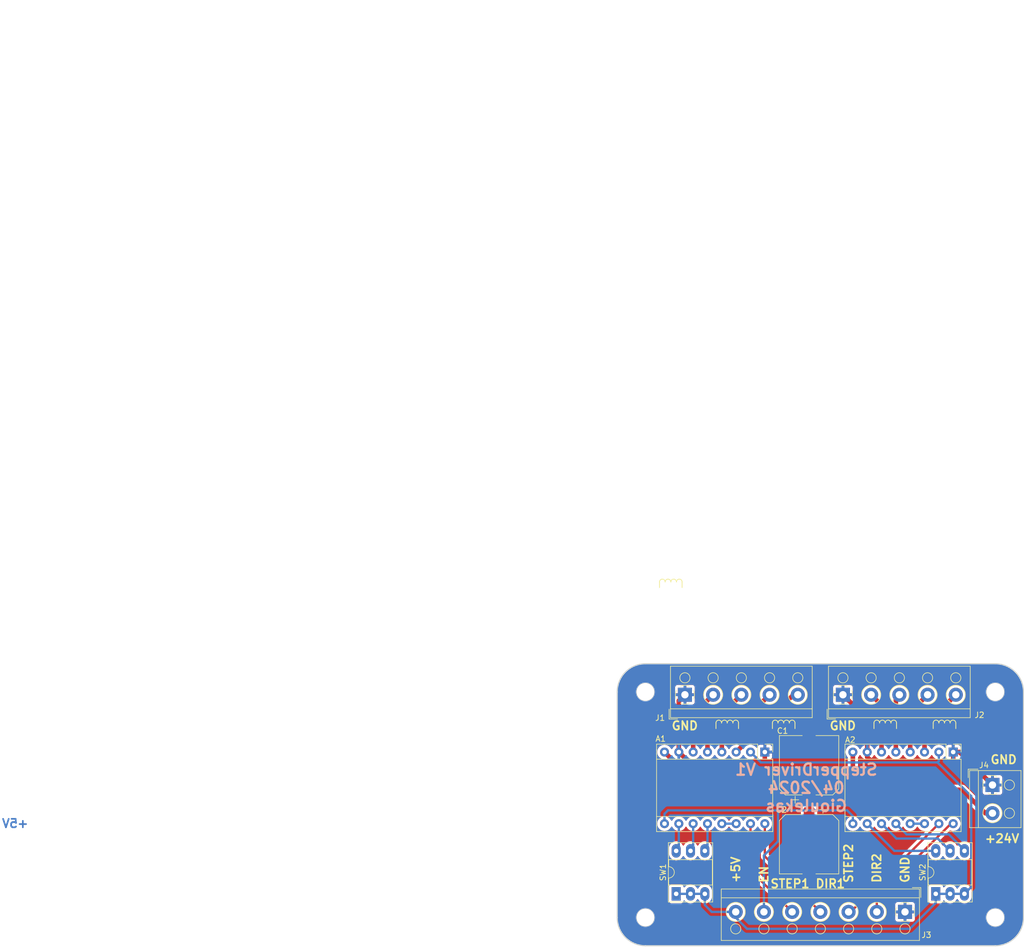
<source format=kicad_pcb>
(kicad_pcb (version 20221018) (generator pcbnew)
  (layers (0 "F.Cu" signal) (31 "B.Cu" signal) (34 "B.Paste" user) (35 "F.Paste" user) (36 "B.SilkS" user "B.Silkscreen") (37 "F.SilkS" user "F.Silkscreen") (38 "B.Mask" user) (39 "F.Mask" user) (44 "Edge.Cuts" user))
  (net 0 "")
  (net 1 "GND")
  (net 2 "+5V")
  (net 3 "Net-(A1-A2)")
  (net 4 "Net-(A1-A1)")
  (net 5 "Net-(A1-B1)")
  (net 6 "Net-(A1-B2)")
  (net 7 "+24V")
  (net 8 "EN_STEPPER")
  (net 9 "Net-(A1-M0)")
  (net 10 "Net-(A1-M1)")
  (net 11 "Net-(A1-M2)")
  (net 12 "Net-(A1-~{RST})")
  (net 13 "STEP1")
  (net 14 "DIR1")
  (net 15 "Net-(A2-A2)")
  (net 16 "Net-(A2-A1)")
  (net 17 "Net-(A2-B1)")
  (net 18 "Net-(A2-B2)")
  (net 19 "Net-(A2-M0)")
  (net 20 "Net-(A2-M1)")
  (net 21 "Net-(A2-M2)")
  (net 22 "Net-(A2-~{RST})")
  (net 23 "STEP2")
  (net 24 "DIR2")
  (footprint "TerminalBlock_RND:TerminalBlock_RND_205-00004_1x05_P5.00mm_Horizontal" (layer "F.Cu") (at 12 -44.5)
    (fp_text reference "J1" (at -4.4 4.1) (layer "F.SilkS"))
    (fp_text value "Conn_01x05_Socket")
    (fp_line (start -2.8 2.56) (end -2.8 4.3) (stroke (width 0.12)) (layer "F.SilkS"))
    (fp_line (start -2.8 4.3) (end -1.3 4.3) (stroke (width 0.12)) (layer "F.SilkS"))
    (fp_line (start -2.56 -5.06) (end -2.56 4.06) (stroke (width 0.12)) (layer "F.SilkS"))
    (fp_line (start -2.56 -5.06) (end 22.56 -5.06) (stroke (width 0.12)) (layer "F.SilkS"))
    (fp_line (start -2.56 2.5) (end 22.56 2.5) (stroke (width 0.12)) (layer "F.SilkS"))
    (fp_line (start -2.56 4.06) (end 22.56 4.06) (stroke (width 0.12)) (layer "F.SilkS"))
    (fp_line (start 3.82 0.976) (end 3.726 1.069) (stroke (width 0.12)) (layer "F.SilkS"))
    (fp_line (start 3.99 1.216) (end 3.931 1.274) (stroke (width 0.12)) (layer "F.SilkS"))
    (fp_line (start 6.07 -1.275) (end 6.011 -1.216) (stroke (width 0.12)) (layer "F.SilkS"))
    (fp_line (start 6.275 -1.069) (end 6.181 -0.976) (stroke (width 0.12)) (layer "F.SilkS"))
    (fp_line (start 8.82 0.976) (end 8.726 1.069) (stroke (width 0.12)) (layer "F.SilkS"))
    (fp_line (start 8.99 1.216) (end 8.931 1.274) (stroke (width 0.12)) (layer "F.SilkS"))
    (fp_line (start 11.07 -1.275) (end 11.011 -1.216) (stroke (width 0.12)) (layer "F.SilkS"))
    (fp_line (start 11.275 -1.069) (end 11.181 -0.976) (stroke (width 0.12)) (layer "F.SilkS"))
    (fp_line (start 13.82 0.976) (end 13.726 1.069) (stroke (width 0.12)) (layer "F.SilkS"))
    (fp_line (start 13.99 1.216) (end 13.931 1.274) (stroke (width 0.12)) (layer "F.SilkS"))
    (fp_line (start 16.07 -1.275) (end 16.011 -1.216) (stroke (width 0.12)) (layer "F.SilkS"))
    (fp_line (start 16.275 -1.069) (end 16.181 -0.976) (stroke (width 0.12)) (layer "F.SilkS"))
    (fp_line (start 18.82 0.976) (end 18.726 1.069) (stroke (width 0.12)) (layer "F.SilkS"))
    (fp_line (start 18.99 1.216) (end 18.931 1.274) (stroke (width 0.12)) (layer "F.SilkS"))
    (fp_line (start 21.07 -1.275) (end 21.011 -1.216) (stroke (width 0.12)) (layer "F.SilkS"))
    (fp_line (start 21.275 -1.069) (end 21.181 -0.976) (stroke (width 0.12)) (layer "F.SilkS"))
    (fp_line (start 22.56 -5.06) (end 22.56 4.06) (stroke (width 0.12)) (layer "F.SilkS"))
    (fp_arc (start -1.483953 0.789089) (mid -1.680708 0.00005) (end -1.484 -0.789) (stroke (width 0.12)) (layer "F.SilkS"))
    (fp_arc (start -0.789089 -1.483953) (mid -0.00005 -1.680708) (end 0.789 -1.484) (stroke (width 0.12)) (layer "F.SilkS"))
    (fp_arc (start 0.029383 1.68045) (mid -0.392304 1.634281) (end -0.789 1.484) (stroke (width 0.12)) (layer "F.SilkS"))
    (fp_arc (start 0.788712 1.483352) (mid 0.406429 1.630097) (end 0 1.68) (stroke (width 0.12)) (layer "F.SilkS"))
    (fp_arc (start 1.483953 -0.789089) (mid 1.680708 -0.00005) (end 1.484 0.789) (stroke (width 0.12)) (layer "F.SilkS"))
    (fp_circle (center 0 -3) (end 0.9 -3) (stroke (width 0.12)) (fill none) (layer "F.SilkS"))
    (fp_circle (center 5 -3) (end 5.9 -3) (stroke (width 0.12)) (fill none) (layer "F.SilkS"))
    (fp_circle (center 5 0) (end 6.68 0) (stroke (width 0.12)) (fill none) (layer "F.SilkS"))
    (fp_circle (center 10 -3) (end 10.9 -3) (stroke (width 0.12)) (fill none) (layer "F.SilkS"))
    (fp_circle (center 10 0) (end 11.68 0) (stroke (width 0.12)) (fill none) (layer "F.SilkS"))
    (fp_circle (center 15 -3) (end 15.9 -3) (stroke (width 0.12)) (fill none) (layer "F.SilkS"))
    (fp_circle (center 15 0) (end 16.68 0) (stroke (width 0.12)) (fill none) (layer "F.SilkS"))
    (fp_circle (center 20 -3) (end 20.9 -3) (stroke (width 0.12)) (fill none) (layer "F.SilkS"))
    (fp_circle (center 20 0) (end 21.68 0) (stroke (width 0.12)) (fill none) (layer "F.SilkS"))
    (pad "1" thru_hole rect (at 0 0) (size 2.5 2.5) (drill 1.3) (layers "*.Cu" "*.Mask") (net 1 "GND"))
    (pad "2" thru_hole circle (at 5 0) (size 2.5 2.5) (drill 1.3) (layers "*.Cu" "*.Mask") (net 6 "Net-(A1-B2)"))
    (pad "3" thru_hole circle (at 10 0) (size 2.5 2.5) (drill 1.3) (layers "*.Cu" "*.Mask") (net 5 "Net-(A1-B1)"))
    (pad "4" thru_hole circle (at 15 0) (size 2.5 2.5) (drill 1.3) (layers "*.Cu" "*.Mask") (net 4 "Net-(A1-A1)"))
    (pad "5" thru_hole circle (at 20 0) (size 2.5 2.5) (drill 1.3) (layers "*.Cu" "*.Mask") (net 3 "Net-(A1-A2)"))
  )
  (footprint "Module:Pololu_Breakout-16_15.2x20.3mm" (layer "F.Cu") (at 26.16 -34.34 -90)
    (fp_text reference "A1" (at -2.36 18.46) (layer "F.SilkS"))
    (fp_text value "Pololu_Breakout_DRV8825")
    (fp_line (start -1.4 -1.4) (end -1.4 0) (stroke (width 0.12)) (layer "F.SilkS"))
    (fp_line (start -1.4 1.27) (end -1.4 19.18) (stroke (width 0.12)) (layer "F.SilkS"))
    (fp_line (start -1.4 19.18) (end 14.1 19.18) (stroke (width 0.12)) (layer "F.SilkS"))
    (fp_line (start 0 -1.4) (end -1.4 -1.4) (stroke (width 0.12)) (layer "F.SilkS"))
    (fp_line (start 1.27 -1.4) (end 1.27 1.27) (stroke (width 0.12)) (layer "F.SilkS"))
    (fp_line (start 1.27 1.27) (end -1.4 1.27) (stroke (width 0.12)) (layer "F.SilkS"))
    (fp_line (start 1.27 1.27) (end 1.27 19.18) (stroke (width 0.12)) (layer "F.SilkS"))
    (fp_line (start 11.43 -1.4) (end 11.43 19.18) (stroke (width 0.12)) (layer "F.SilkS"))
    (fp_line (start 14.1 -1.4) (end 1.27 -1.4) (stroke (width 0.12)) (layer "F.SilkS"))
    (fp_line (start 14.1 19.18) (end 14.1 -1.4) (stroke (width 0.12)) (layer "F.SilkS"))
    (pad "1" thru_hole rect (at 0 0 270) (size 1.6 1.6) (drill 0.8) (layers "*.Cu" "*.Mask") (net 1 "GND"))
    (pad "2" thru_hole oval (at 0 2.54 270) (size 1.6 1.6) (drill 0.8) (layers "*.Cu" "*.Mask") (net 2 "+5V"))
    (pad "3" thru_hole oval (at 0 5.08 270) (size 1.6 1.6) (drill 0.8) (layers "*.Cu" "*.Mask") (net 3 "Net-(A1-A2)"))
    (pad "4" thru_hole oval (at 0 7.62 270) (size 1.6 1.6) (drill 0.8) (layers "*.Cu" "*.Mask") (net 4 "Net-(A1-A1)"))
    (pad "5" thru_hole oval (at 0 10.16 270) (size 1.6 1.6) (drill 0.8) (layers "*.Cu" "*.Mask") (net 5 "Net-(A1-B1)"))
    (pad "6" thru_hole oval (at 0 12.7 270) (size 1.6 1.6) (drill 0.8) (layers "*.Cu" "*.Mask") (net 6 "Net-(A1-B2)"))
    (pad "7" thru_hole oval (at 0 15.24 270) (size 1.6 1.6) (drill 0.8) (layers "*.Cu" "*.Mask") (net 1 "GND"))
    (pad "8" thru_hole oval (at 0 17.78 270) (size 1.6 1.6) (drill 0.8) (layers "*.Cu" "*.Mask") (net 7 "+24V"))
    (pad "9" thru_hole oval (at 12.7 17.78 270) (size 1.6 1.6) (drill 0.8) (layers "*.Cu" "*.Mask") (net 8 "EN_STEPPER"))
    (pad "10" thru_hole oval (at 12.7 15.24 270) (size 1.6 1.6) (drill 0.8) (layers "*.Cu" "*.Mask") (net 9 "Net-(A1-M0)"))
    (pad "11" thru_hole oval (at 12.7 12.7 270) (size 1.6 1.6) (drill 0.8) (layers "*.Cu" "*.Mask") (net 10 "Net-(A1-M1)"))
    (pad "12" thru_hole oval (at 12.7 10.16 270) (size 1.6 1.6) (drill 0.8) (layers "*.Cu" "*.Mask") (net 11 "Net-(A1-M2)"))
    (pad "13" thru_hole oval (at 12.7 7.62 270) (size 1.6 1.6) (drill 0.8) (layers "*.Cu" "*.Mask") (net 12 "Net-(A1-~{RST})"))
    (pad "14" thru_hole oval (at 12.7 5.08 270) (size 1.6 1.6) (drill 0.8) (layers "*.Cu" "*.Mask") (net 12 "Net-(A1-~{RST})"))
    (pad "15" thru_hole oval (at 12.7 2.54 270) (size 1.6 1.6) (drill 0.8) (layers "*.Cu" "*.Mask") (net 13 "STEP1"))
    (pad "16" thru_hole oval (at 12.7 0 270) (size 1.6 1.6) (drill 0.8) (layers "*.Cu" "*.Mask") (net 14 "DIR1"))
  )
  (footprint "TerminalBlock_RND:TerminalBlock_RND_205-00001_1x02_P5.00mm_Horizontal" (layer "F.Cu") (at 66.5 -28.5 -90)
    (fp_text reference "J4" (at -3.5 1.5 -180) (layer "F.SilkS"))
    (fp_text value "Conn_01x02_Socket")
    (fp_line (start -2.8 2.56) (end -2.8 4.3) (stroke (width 0.12)) (layer "F.SilkS"))
    (fp_line (start -2.8 4.3) (end -1.3 4.3) (stroke (width 0.12)) (layer "F.SilkS"))
    (fp_line (start -2.56 -5.06) (end -2.56 4.06) (stroke (width 0.12)) (layer "F.SilkS"))
    (fp_line (start -2.56 -5.06) (end 7.56 -5.06) (stroke (width 0.12)) (layer "F.SilkS"))
    (fp_line (start -2.56 2.5) (end 7.56 2.5) (stroke (width 0.12)) (layer "F.SilkS"))
    (fp_line (start -2.56 4.06) (end 7.56 4.06) (stroke (width 0.12)) (layer "F.SilkS"))
    (fp_line (start 3.82 0.976) (end 3.726 1.069) (stroke (width 0.12)) (layer "F.SilkS"))
    (fp_line (start 3.99 1.216) (end 3.931 1.274) (stroke (width 0.12)) (layer "F.SilkS"))
    (fp_line (start 6.07 -1.275) (end 6.011 -1.216) (stroke (width 0.12)) (layer "F.SilkS"))
    (fp_line (start 6.275 -1.069) (end 6.181 -0.976) (stroke (width 0.12)) (layer "F.SilkS"))
    (fp_line (start 7.56 -5.06) (end 7.56 4.06) (stroke (width 0.12)) (layer "F.SilkS"))
    (fp_arc (start -1.483953 0.789089) (mid -1.680708 0.00005) (end -1.484 -0.789) (stroke (width 0.12)) (layer "F.SilkS"))
    (fp_arc (start -0.789089 -1.483953) (mid -0.00005 -1.680708) (end 0.789 -1.484) (stroke (width 0.12)) (layer "F.SilkS"))
    (fp_arc (start 0.029383 1.68045) (mid -0.392304 1.634281) (end -0.789 1.484) (stroke (width 0.12)) (layer "F.SilkS"))
    (fp_arc (start 0.788712 1.483352) (mid 0.406429 1.630097) (end 0 1.68) (stroke (width 0.12)) (layer "F.SilkS"))
    (fp_arc (start 1.483953 -0.789089) (mid 1.680708 -0.00005) (end 1.484 0.789) (stroke (width 0.12)) (layer "F.SilkS"))
    (fp_circle (center 0 -3) (end 0.9 -3) (stroke (width 0.12)) (fill none) (layer "F.SilkS"))
    (fp_circle (center 5 -3) (end 5.9 -3) (stroke (width 0.12)) (fill none) (layer "F.SilkS"))
    (fp_circle (center 5 0) (end 6.68 0) (stroke (width 0.12)) (fill none) (layer "F.SilkS"))
    (pad "1" thru_hole rect (at 0 0 270) (size 2.5 2.5) (drill 1.3) (layers "*.Cu" "*.Mask") (net 1 "GND"))
    (pad "2" thru_hole circle (at 5 0 270) (size 2.5 2.5) (drill 1.3) (layers "*.Cu" "*.Mask") (net 7 "+24V"))
  )
  (footprint "Capacitor_SMD:CP_Elec_10x7.9" (layer "F.Cu") (at 34 -18 -90)
    (fp_text reference "C2" (at -6.1 4.9 -180) (layer "F.SilkS"))
    (fp_text value "330u / 35V")
    (fp_line (start -6.75 -2.46) (end -5.5 -2.46) (stroke (width 0.12)) (layer "F.SilkS"))
    (fp_line (start -6.125 -3.085) (end -6.125 -1.835) (stroke (width 0.12)) (layer "F.SilkS"))
    (fp_line (start -5.26 -4.195563) (end -5.26 -1.21) (stroke (width 0.12)) (layer "F.SilkS"))
    (fp_line (start -5.26 -4.195563) (end -4.195563 -5.26) (stroke (width 0.12)) (layer "F.SilkS"))
    (fp_line (start -5.26 4.195563) (end -5.26 1.21) (stroke (width 0.12)) (layer "F.SilkS"))
    (fp_line (start -5.26 4.195563) (end -4.195563 5.26) (stroke (width 0.12)) (layer "F.SilkS"))
    (fp_line (start -4.195563 -5.26) (end 5.26 -5.26) (stroke (width 0.12)) (layer "F.SilkS"))
    (fp_line (start -4.195563 5.26) (end 5.26 5.26) (stroke (width 0.12)) (layer "F.SilkS"))
    (fp_line (start 5.26 -5.26) (end 5.26 -1.21) (stroke (width 0.12)) (layer "F.SilkS"))
    (fp_line (start 5.26 5.26) (end 5.26 1.21) (stroke (width 0.12)) (layer "F.SilkS"))
    (pad "1" smd roundrect (at -4.35 0 270) (size 4.4 1.9) (layers "F.Cu" "F.Paste" "F.Mask") (roundrect_rratio 0.131579) (net 7 "+24V"))
    (pad "2" smd roundrect (at 4.35 0 270) (size 4.4 1.9) (layers "F.Cu" "F.Paste" "F.Mask") (roundrect_rratio 0.131579) (net 1 "GND"))
  )
  (footprint "Package_DIP:DIP-6_W7.62mm_Socket_LongPads" (layer "F.Cu") (at 10.45 -9.2 90)
    (fp_text reference "SW1" (at 3.81 -2.33 90) (layer "F.SilkS"))
    (fp_text value "SW_DIP_x03")
    (fp_line (start -1.44 -1.39) (end -1.44 6.47) (stroke (width 0.12)) (layer "F.SilkS"))
    (fp_line (start -1.44 6.47) (end 9.06 6.47) (stroke (width 0.12)) (layer "F.SilkS"))
    (fp_line (start 1.56 -1.33) (end 1.56 6.41) (stroke (width 0.12)) (layer "F.SilkS"))
    (fp_line (start 1.56 6.41) (end 6.06 6.41) (stroke (width 0.12)) (layer "F.SilkS"))
    (fp_line (start 2.81 -1.33) (end 1.56 -1.33) (stroke (width 0.12)) (layer "F.SilkS"))
    (fp_line (start 6.06 -1.33) (end 4.81 -1.33) (stroke (width 0.12)) (layer "F.SilkS"))
    (fp_line (start 6.06 6.41) (end 6.06 -1.33) (stroke (width 0.12)) (layer "F.SilkS"))
    (fp_line (start 9.06 -1.39) (end -1.44 -1.39) (stroke (width 0.12)) (layer "F.SilkS"))
    (fp_line (start 9.06 6.47) (end 9.06 -1.39) (stroke (width 0.12)) (layer "F.SilkS"))
    (fp_arc (start 4.81 -1.33) (mid 3.81 -0.33) (end 2.81 -1.33) (stroke (width 0.12)) (layer "F.SilkS"))
    (pad "1" thru_hole rect (at 0 0 90) (size 2.4 1.6) (drill 0.8) (layers "*.Cu" "*.Mask") (net 2 "+5V"))
    (pad "2" thru_hole oval (at 0 2.54 90) (size 2.4 1.6) (drill 0.8) (layers "*.Cu" "*.Mask") (net 2 "+5V"))
    (pad "3" thru_hole oval (at 0 5.08 90) (size 2.4 1.6) (drill 0.8) (layers "*.Cu" "*.Mask") (net 2 "+5V"))
    (pad "4" thru_hole oval (at 7.62 5.08 90) (size 2.4 1.6) (drill 0.8) (layers "*.Cu" "*.Mask") (net 11 "Net-(A1-M2)"))
    (pad "5" thru_hole oval (at 7.62 2.54 90) (size 2.4 1.6) (drill 0.8) (layers "*.Cu" "*.Mask") (net 10 "Net-(A1-M1)"))
    (pad "6" thru_hole oval (at 7.62 0 90) (size 2.4 1.6) (drill 0.8) (layers "*.Cu" "*.Mask") (net 9 "Net-(A1-M0)"))
  )
  (footprint "Module:Pololu_Breakout-16_15.2x20.3mm" (layer "F.Cu") (at 59.54 -34.34 -90)
    (fp_text reference "A2" (at -2.16 18.24 -180) (layer "F.SilkS"))
    (fp_text value "Pololu_Breakout_DRV8825")
    (fp_line (start -1.4 -1.4) (end -1.4 0) (stroke (width 0.12)) (layer "F.SilkS"))
    (fp_line (start -1.4 1.27) (end -1.4 19.18) (stroke (width 0.12)) (layer "F.SilkS"))
    (fp_line (start -1.4 19.18) (end 14.1 19.18) (stroke (width 0.12)) (layer "F.SilkS"))
    (fp_line (start 0 -1.4) (end -1.4 -1.4) (stroke (width 0.12)) (layer "F.SilkS"))
    (fp_line (start 1.27 -1.4) (end 1.27 1.27) (stroke (width 0.12)) (layer "F.SilkS"))
    (fp_line (start 1.27 1.27) (end -1.4 1.27) (stroke (width 0.12)) (layer "F.SilkS"))
    (fp_line (start 1.27 1.27) (end 1.27 19.18) (stroke (width 0.12)) (layer "F.SilkS"))
    (fp_line (start 11.43 -1.4) (end 11.43 19.18) (stroke (width 0.12)) (layer "F.SilkS"))
    (fp_line (start 14.1 -1.4) (end 1.27 -1.4) (stroke (width 0.12)) (layer "F.SilkS"))
    (fp_line (start 14.1 19.18) (end 14.1 -1.4) (stroke (width 0.12)) (layer "F.SilkS"))
    (pad "1" thru_hole rect (at 0 0 270) (size 1.6 1.6) (drill 0.8) (layers "*.Cu" "*.Mask") (net 1 "GND"))
    (pad "2" thru_hole oval (at 0 2.54 270) (size 1.6 1.6) (drill 0.8) (layers "*.Cu" "*.Mask") (net 2 "+5V"))
    (pad "3" thru_hole oval (at 0 5.08 270) (size 1.6 1.6) (drill 0.8) (layers "*.Cu" "*.Mask") (net 15 "Net-(A2-A2)"))
    (pad "4" thru_hole oval (at 0 7.62 270) (size 1.6 1.6) (drill 0.8) (layers "*.Cu" "*.Mask") (net 16 "Net-(A2-A1)"))
    (pad "5" thru_hole oval (at 0 10.16 270) (size 1.6 1.6) (drill 0.8) (layers "*.Cu" "*.Mask") (net 17 "Net-(A2-B1)"))
    (pad "6" thru_hole oval (at 0 12.7 270) (size 1.6 1.6) (drill 0.8) (layers "*.Cu" "*.Mask") (net 18 "Net-(A2-B2)"))
    (pad "7" thru_hole oval (at 0 15.24 270) (size 1.6 1.6) (drill 0.8) (layers "*.Cu" "*.Mask") (net 1 "GND"))
    (pad "8" thru_hole oval (at 0 17.78 270) (size 1.6 1.6) (drill 0.8) (layers "*.Cu" "*.Mask") (net 7 "+24V"))
    (pad "9" thru_hole oval (at 12.7 17.78 270) (size 1.6 1.6) (drill 0.8) (layers "*.Cu" "*.Mask") (net 8 "EN_STEPPER"))
    (pad "10" thru_hole oval (at 12.7 15.24 270) (size 1.6 1.6) (drill 0.8) (layers "*.Cu" "*.Mask") (net 19 "Net-(A2-M0)"))
    (pad "11" thru_hole oval (at 12.7 12.7 270) (size 1.6 1.6) (drill 0.8) (layers "*.Cu" "*.Mask") (net 20 "Net-(A2-M1)"))
    (pad "12" thru_hole oval (at 12.7 10.16 270) (size 1.6 1.6) (drill 0.8) (layers "*.Cu" "*.Mask") (net 21 "Net-(A2-M2)"))
    (pad "13" thru_hole oval (at 12.7 7.62 270) (size 1.6 1.6) (drill 0.8) (layers "*.Cu" "*.Mask") (net 22 "Net-(A2-~{RST})"))
    (pad "14" thru_hole oval (at 12.7 5.08 270) (size 1.6 1.6) (drill 0.8) (layers "*.Cu" "*.Mask") (net 22 "Net-(A2-~{RST})"))
    (pad "15" thru_hole oval (at 12.7 2.54 270) (size 1.6 1.6) (drill 0.8) (layers "*.Cu" "*.Mask") (net 23 "STEP2"))
    (pad "16" thru_hole oval (at 12.7 0 270) (size 1.6 1.6) (drill 0.8) (layers "*.Cu" "*.Mask") (net 24 "DIR2"))
  )
  (footprint "TerminalBlock_RND:TerminalBlock_RND_205-00004_1x05_P5.00mm_Horizontal" (layer "F.Cu") (at 40 -44.5)
    (fp_text reference "J2" (at 24.2 3.6) (layer "F.SilkS"))
    (fp_text value "Conn_01x05_Socket")
    (fp_line (start -2.8 2.56) (end -2.8 4.3) (stroke (width 0.12)) (layer "F.SilkS"))
    (fp_line (start -2.8 4.3) (end -1.3 4.3) (stroke (width 0.12)) (layer "F.SilkS"))
    (fp_line (start -2.56 -5.06) (end -2.56 4.06) (stroke (width 0.12)) (layer "F.SilkS"))
    (fp_line (start -2.56 -5.06) (end 22.56 -5.06) (stroke (width 0.12)) (layer "F.SilkS"))
    (fp_line (start -2.56 2.5) (end 22.56 2.5) (stroke (width 0.12)) (layer "F.SilkS"))
    (fp_line (start -2.56 4.06) (end 22.56 4.06) (stroke (width 0.12)) (layer "F.SilkS"))
    (fp_line (start 3.82 0.976) (end 3.726 1.069) (stroke (width 0.12)) (layer "F.SilkS"))
    (fp_line (start 3.99 1.216) (end 3.931 1.274) (stroke (width 0.12)) (layer "F.SilkS"))
    (fp_line (start 6.07 -1.275) (end 6.011 -1.216) (stroke (width 0.12)) (layer "F.SilkS"))
    (fp_line (start 6.275 -1.069) (end 6.181 -0.976) (stroke (width 0.12)) (layer "F.SilkS"))
    (fp_line (start 8.82 0.976) (end 8.726 1.069) (stroke (width 0.12)) (layer "F.SilkS"))
    (fp_line (start 8.99 1.216) (end 8.931 1.274) (stroke (width 0.12)) (layer "F.SilkS"))
    (fp_line (start 11.07 -1.275) (end 11.011 -1.216) (stroke (width 0.12)) (layer "F.SilkS"))
    (fp_line (start 11.275 -1.069) (end 11.181 -0.976) (stroke (width 0.12)) (layer "F.SilkS"))
    (fp_line (start 13.82 0.976) (end 13.726 1.069) (stroke (width 0.12)) (layer "F.SilkS"))
    (fp_line (start 13.99 1.216) (end 13.931 1.274) (stroke (width 0.12)) (layer "F.SilkS"))
    (fp_line (start 16.07 -1.275) (end 16.011 -1.216) (stroke (width 0.12)) (layer "F.SilkS"))
    (fp_line (start 16.275 -1.069) (end 16.181 -0.976) (stroke (width 0.12)) (layer "F.SilkS"))
    (fp_line (start 18.82 0.976) (end 18.726 1.069) (stroke (width 0.12)) (layer "F.SilkS"))
    (fp_line (start 18.99 1.216) (end 18.931 1.274) (stroke (width 0.12)) (layer "F.SilkS"))
    (fp_line (start 21.07 -1.275) (end 21.011 -1.216) (stroke (width 0.12)) (layer "F.SilkS"))
    (fp_line (start 21.275 -1.069) (end 21.181 -0.976) (stroke (width 0.12)) (layer "F.SilkS"))
    (fp_line (start 22.56 -5.06) (end 22.56 4.06) (stroke (width 0.12)) (layer "F.SilkS"))
    (fp_arc (start -1.483953 0.789089) (mid -1.680708 0.00005) (end -1.484 -0.789) (stroke (width 0.12)) (layer "F.SilkS"))
    (fp_arc (start -0.789089 -1.483953) (mid -0.00005 -1.680708) (end 0.789 -1.484) (stroke (width 0.12)) (layer "F.SilkS"))
    (fp_arc (start 0.029383 1.68045) (mid -0.392304 1.634281) (end -0.789 1.484) (stroke (width 0.12)) (layer "F.SilkS"))
    (fp_arc (start 0.788712 1.483352) (mid 0.406429 1.630097) (end 0 1.68) (stroke (width 0.12)) (layer "F.SilkS"))
    (fp_arc (start 1.483953 -0.789089) (mid 1.680708 -0.00005) (end 1.484 0.789) (stroke (width 0.12)) (layer "F.SilkS"))
    (fp_circle (center 0 -3) (end 0.9 -3) (stroke (width 0.12)) (fill none) (layer "F.SilkS"))
    (fp_circle (center 5 -3) (end 5.9 -3) (stroke (width 0.12)) (fill none) (layer "F.SilkS"))
    (fp_circle (center 5 0) (end 6.68 0) (stroke (width 0.12)) (fill none) (layer "F.SilkS"))
    (fp_circle (center 10 -3) (end 10.9 -3) (stroke (width 0.12)) (fill none) (layer "F.SilkS"))
    (fp_circle (center 10 0) (end 11.68 0) (stroke (width 0.12)) (fill none) (layer "F.SilkS"))
    (fp_circle (center 15 -3) (end 15.9 -3) (stroke (width 0.12)) (fill none) (layer "F.SilkS"))
    (fp_circle (center 15 0) (end 16.68 0) (stroke (width 0.12)) (fill none) (layer "F.SilkS"))
    (fp_circle (center 20 -3) (end 20.9 -3) (stroke (width 0.12)) (fill none) (layer "F.SilkS"))
    (fp_circle (center 20 0) (end 21.68 0) (stroke (width 0.12)) (fill none) (layer "F.SilkS"))
    (pad "1" thru_hole rect (at 0 0) (size 2.5 2.5) (drill 1.3) (layers "*.Cu" "*.Mask") (net 1 "GND"))
    (pad "2" thru_hole circle (at 5 0) (size 2.5 2.5) (drill 1.3) (layers "*.Cu" "*.Mask") (net 18 "Net-(A2-B2)"))
    (pad "3" thru_hole circle (at 10 0) (size 2.5 2.5) (drill 1.3) (layers "*.Cu" "*.Mask") (net 17 "Net-(A2-B1)"))
    (pad "4" thru_hole circle (at 15 0) (size 2.5 2.5) (drill 1.3) (layers "*.Cu" "*.Mask") (net 16 "Net-(A2-A1)"))
    (pad "5" thru_hole circle (at 20 0) (size 2.5 2.5) (drill 1.3) (layers "*.Cu" "*.Mask") (net 15 "Net-(A2-A2)"))
  )
  (footprint "Capacitor_SMD:CP_Elec_10x7.9" (layer "F.Cu") (at 34 -32 90)
    (fp_text reference "C1" (at 6.1 -4.7) (layer "F.SilkS"))
    (fp_text value "330u / 35V")
    (fp_line (start -6.75 -2.46) (end -5.5 -2.46) (stroke (width 0.12)) (layer "F.SilkS"))
    (fp_line (start -6.125 -3.085) (end -6.125 -1.835) (stroke (width 0.12)) (layer "F.SilkS"))
    (fp_line (start -5.26 -4.195563) (end -5.26 -1.21) (stroke (width 0.12)) (layer "F.SilkS"))
    (fp_line (start -5.26 -4.195563) (end -4.195563 -5.26) (stroke (width 0.12)) (layer "F.SilkS"))
    (fp_line (start -5.26 4.195563) (end -5.26 1.21) (stroke (width 0.12)) (layer "F.SilkS"))
    (fp_line (start -5.26 4.195563) (end -4.195563 5.26) (stroke (width 0.12)) (layer "F.SilkS"))
    (fp_line (start -4.195563 -5.26) (end 5.26 -5.26) (stroke (width 0.12)) (layer "F.SilkS"))
    (fp_line (start -4.195563 5.26) (end 5.26 5.26) (stroke (width 0.12)) (layer "F.SilkS"))
    (fp_line (start 5.26 -5.26) (end 5.26 -1.21) (stroke (width 0.12)) (layer "F.SilkS"))
    (fp_line (start 5.26 5.26) (end 5.26 1.21) (stroke (width 0.12)) (layer "F.SilkS"))
    (pad "1" smd roundrect (at -4.35 0 90) (size 4.4 1.9) (layers "F.Cu" "F.Paste" "F.Mask") (roundrect_rratio 0.131579) (net 7 "+24V"))
    (pad "2" smd roundrect (at 4.35 0 90) (size 4.4 1.9) (layers "F.Cu" "F.Paste" "F.Mask") (roundrect_rratio 0.131579) (net 1 "GND"))
  )
  (footprint "Package_DIP:DIP-6_W7.62mm_Socket_LongPads" (layer "F.Cu") (at 56.45 -9.2 90)
    (fp_text reference "SW2" (at 3.81 -2.33 90) (layer "F.SilkS"))
    (fp_text value "SW_DIP_x03")
    (fp_line (start -1.44 -1.39) (end -1.44 6.47) (stroke (width 0.12)) (layer "F.SilkS"))
    (fp_line (start -1.44 6.47) (end 9.06 6.47) (stroke (width 0.12)) (layer "F.SilkS"))
    (fp_line (start 1.56 -1.33) (end 1.56 6.41) (stroke (width 0.12)) (layer "F.SilkS"))
    (fp_line (start 1.56 6.41) (end 6.06 6.41) (stroke (width 0.12)) (layer "F.SilkS"))
    (fp_line (start 2.81 -1.33) (end 1.56 -1.33) (stroke (width 0.12)) (layer "F.SilkS"))
    (fp_line (start 6.06 -1.33) (end 4.81 -1.33) (stroke (width 0.12)) (layer "F.SilkS"))
    (fp_line (start 6.06 6.41) (end 6.06 -1.33) (stroke (width 0.12)) (layer "F.SilkS"))
    (fp_line (start 9.06 -1.39) (end -1.44 -1.39) (stroke (width 0.12)) (layer "F.SilkS"))
    (fp_line (start 9.06 6.47) (end 9.06 -1.39) (stroke (width 0.12)) (layer "F.SilkS"))
    (fp_arc (start 4.81 -1.33) (mid 3.81 -0.33) (end 2.81 -1.33) (stroke (width 0.12)) (layer "F.SilkS"))
    (pad "1" thru_hole rect (at 0 0 90) (size 2.4 1.6) (drill 0.8) (layers "*.Cu" "*.Mask") (net 2 "+5V"))
    (pad "2" thru_hole oval (at 0 2.54 90) (size 2.4 1.6) (drill 0.8) (layers "*.Cu" "*.Mask") (net 2 "+5V"))
    (pad "3" thru_hole oval (at 0 5.08 90) (size 2.4 1.6) (drill 0.8) (layers "*.Cu" "*.Mask") (net 2 "+5V"))
    (pad "4" thru_hole oval (at 7.62 5.08 90) (size 2.4 1.6) (drill 0.8) (layers "*.Cu" "*.Mask") (net 21 "Net-(A2-M2)"))
    (pad "5" thru_hole oval (at 7.62 2.54 90) (size 2.4 1.6) (drill 0.8) (layers "*.Cu" "*.Mask") (net 20 "Net-(A2-M1)"))
    (pad "6" thru_hole oval (at 7.62 0 90) (size 2.4 1.6) (drill 0.8) (layers "*.Cu" "*.Mask") (net 19 "Net-(A2-M0)"))
  )
  (footprint "TerminalBlock_RND:TerminalBlock_RND_205-00006_1x07_P5.00mm_Horizontal" (layer "F.Cu") (at 51 -6 180)
    (fp_text reference "J3" (at -3.8 -4.1) (layer "F.SilkS"))
    (fp_text value "Conn_01x07_Socket")
    (fp_line (start -2.8 2.56) (end -2.8 4.3) (stroke (width 0.12)) (layer "F.SilkS"))
    (fp_line (start -2.8 4.3) (end -1.3 4.3) (stroke (width 0.12)) (layer "F.SilkS"))
    (fp_line (start -2.56 -5.06) (end -2.56 4.06) (stroke (width 0.12)) (layer "F.SilkS"))
    (fp_line (start -2.56 -5.06) (end 32.56 -5.06) (stroke (width 0.12)) (layer "F.SilkS"))
    (fp_line (start -2.56 2.5) (end 32.56 2.5) (stroke (width 0.12)) (layer "F.SilkS"))
    (fp_line (start -2.56 4.06) (end 32.56 4.06) (stroke (width 0.12)) (layer "F.SilkS"))
    (fp_line (start 3.82 0.976) (end 3.726 1.069) (stroke (width 0.12)) (layer "F.SilkS"))
    (fp_line (start 3.99 1.216) (end 3.931 1.274) (stroke (width 0.12)) (layer "F.SilkS"))
    (fp_line (start 6.07 -1.275) (end 6.011 -1.216) (stroke (width 0.12)) (layer "F.SilkS"))
    (fp_line (start 6.275 -1.069) (end 6.181 -0.976) (stroke (width 0.12)) (layer "F.SilkS"))
    (fp_line (start 8.82 0.976) (end 8.726 1.069) (stroke (width 0.12)) (layer "F.SilkS"))
    (fp_line (start 8.99 1.216) (end 8.931 1.274) (stroke (width 0.12)) (layer "F.SilkS"))
    (fp_line (start 11.07 -1.275) (end 11.011 -1.216) (stroke (width 0.12)) (layer "F.SilkS"))
    (fp_line (start 11.275 -1.069) (end 11.181 -0.976) (stroke (width 0.12)) (layer "F.SilkS"))
    (fp_line (start 13.82 0.976) (end 13.726 1.069) (stroke (width 0.12)) (layer "F.SilkS"))
    (fp_line (start 13.99 1.216) (end 13.931 1.274) (stroke (width 0.12)) (layer "F.SilkS"))
    (fp_line (start 16.07 -1.275) (end 16.011 -1.216) (stroke (width 0.12)) (layer "F.SilkS"))
    (fp_line (start 16.275 -1.069) (end 16.181 -0.976) (stroke (width 0.12)) (layer "F.SilkS"))
    (fp_line (start 18.82 0.976) (end 18.726 1.069) (stroke (width 0.12)) (layer "F.SilkS"))
    (fp_line (start 18.99 1.216) (end 18.931 1.274) (stroke (width 0.12)) (layer "F.SilkS"))
    (fp_line (start 21.07 -1.275) (end 21.011 -1.216) (stroke (width 0.12)) (layer "F.SilkS"))
    (fp_line (start 21.275 -1.069) (end 21.181 -0.976) (stroke (width 0.12)) (layer "F.SilkS"))
    (fp_line (start 23.82 0.976) (end 23.726 1.069) (stroke (width 0.12)) (layer "F.SilkS"))
    (fp_line (start 23.99 1.216) (end 23.931 1.274) (stroke (width 0.12)) (layer "F.SilkS"))
    (fp_line (start 26.07 -1.275) (end 26.011 -1.216) (stroke (width 0.12)) (layer "F.SilkS"))
    (fp_line (start 26.275 -1.069) (end 26.181 -0.976) (stroke (width 0.12)) (layer "F.SilkS"))
    (fp_line (start 28.82 0.976) (end 28.726 1.069) (stroke (width 0.12)) (layer "F.SilkS"))
    (fp_line (start 28.99 1.216) (end 28.931 1.274) (stroke (width 0.12)) (layer "F.SilkS"))
    (fp_line (start 31.07 -1.275) (end 31.011 -1.216) (stroke (width 0.12)) (layer "F.SilkS"))
    (fp_line (start 31.275 -1.069) (end 31.181 -0.976) (stroke (width 0.12)) (layer "F.SilkS"))
    (fp_line (start 32.56 -5.06) (end 32.56 4.06) (stroke (width 0.12)) (layer "F.SilkS"))
    (fp_arc (start -1.483953 0.789089) (mid -1.680708 0.00005) (end -1.484 -0.789) (stroke (width 0.12)) (layer "F.SilkS"))
    (fp_arc (start -0.789089 -1.483953) (mid -0.00005 -1.680708) (end 0.789 -1.484) (stroke (width 0.12)) (layer "F.SilkS"))
    (fp_arc (start 0.029383 1.68045) (mid -0.392304 1.634281) (end -0.789 1.484) (stroke (width 0.12)) (layer "F.SilkS"))
    (fp_arc (start 0.788712 1.483352) (mid 0.406429 1.630097) (end 0 1.68) (stroke (width 0.12)) (layer "F.SilkS"))
    (fp_arc (start 1.483953 -0.789089) (mid 1.680708 -0.00005) (end 1.484 0.789) (stroke (width 0.12)) (layer "F.SilkS"))
    (fp_circle (center 0 -3) (end 0.9 -3) (stroke (width 0.12)) (fill none) (layer "F.SilkS"))
    (fp_circle (center 5 -3) (end 5.9 -3) (stroke (width 0.12)) (fill none) (layer "F.SilkS"))
    (fp_circle (center 5 0) (end 6.68 0) (stroke (width 0.12)) (fill none) (layer "F.SilkS"))
    (fp_circle (center 10 -3) (end 10.9 -3) (stroke (width 0.12)) (fill none) (layer "F.SilkS"))
    (fp_circle (center 10 0) (end 11.68 0) (stroke (width 0.12)) (fill none) (layer "F.SilkS"))
    (fp_circle (center 15 -3) (end 15.9 -3) (stroke (width 0.12)) (fill none) (layer "F.SilkS"))
    (fp_circle (center 15 0) (end 16.68 0) (stroke (width 0.12)) (fill none) (layer "F.SilkS"))
    (fp_circle (center 20 -3) (end 20.9 -3) (stroke (width 0.12)) (fill none) (layer "F.SilkS"))
    (fp_circle (center 20 0) (end 21.68 0) (stroke (width 0.12)) (fill none) (layer "F.SilkS"))
    (fp_circle (center 25 -3) (end 25.9 -3) (stroke (width 0.12)) (fill none) (layer "F.SilkS"))
    (fp_circle (center 25 0) (end 26.68 0) (stroke (width 0.12)) (fill none) (layer "F.SilkS"))
    (fp_circle (center 30 -3) (end 30.9 -3) (stroke (width 0.12)) (fill none) (layer "F.SilkS"))
    (fp_circle (center 30 0) (end 31.68 0) (stroke (width 0.12)) (fill none) (layer "F.SilkS"))
    (pad "1" thru_hole rect (at 0 0 180) (size 2.5 2.5) (drill 1.3) (layers "*.Cu" "*.Mask") (net 1 "GND"))
    (pad "2" thru_hole circle (at 5 0 180) (size 2.5 2.5) (drill 1.3) (layers "*.Cu" "*.Mask") (net 24 "DIR2"))
    (pad "3" thru_hole circle (at 10 0 180) (size 2.5 2.5) (drill 1.3) (layers "*.Cu" "*.Mask") (net 23 "STEP2"))
    (pad "4" thru_hole circle (at 15 0 180) (size 2.5 2.5) (drill 1.3) (layers "*.Cu" "*.Mask") (net 14 "DIR1"))
    (pad "5" thru_hole circle (at 20 0 180) (size 2.5 2.5) (drill 1.3) (layers "*.Cu" "*.Mask") (net 13 "STEP1"))
    (pad "6" thru_hole circle (at 25 0 180) (size 2.5 2.5) (drill 1.3) (layers "*.Cu" "*.Mask") (net 8 "EN_STEPPER"))
    (pad "7" thru_hole circle (at 30 0 180) (size 2.5 2.5) (drill 1.3) (layers "*.Cu" "*.Mask") (net 2 "+5V"))
  )
  (gr_line (start 7.5 -64.5) (end 7.5 -63.5) (stroke (width 0.15)) (layer "F.SilkS"))
  (gr_arc (start 9.5 -64.5) (mid 10 -65) (end 10.5 -64.5) (stroke (width 0.15)) (layer "F.SilkS"))
  (gr_line (start 49.5 -39.5) (end 49.5 -38.5) (stroke (width 0.15)) (layer "F.SilkS"))
  (gr_line (start 45.5 -39.5) (end 45.5 -38.5) (stroke (width 0.15)) (layer "F.SilkS"))
  (gr_arc (start 17.5 -39.5) (mid 18 -40) (end 18.5 -39.5) (stroke (width 0.15)) (layer "F.SilkS"))
  (gr_arc (start 28.5 -39.5) (mid 29 -40) (end 29.5 -39.5) (stroke (width 0.15)) (layer "F.SilkS"))
  (gr_line (start 31.5 -39.5) (end 31.5 -38.5) (stroke (width 0.15)) (layer "F.SilkS"))
  (gr_arc (start 46.5 -39.5) (mid 47 -40) (end 47.5 -39.5) (stroke (width 0.15)) (layer "F.SilkS"))
  (gr_line (start 11.5 -64.5) (end 11.5 -63.5) (stroke (width 0.15)) (layer "F.SilkS"))
  (gr_arc (start 58 -39.5) (mid 58.5 -40) (end 59 -39.5) (stroke (width 0.15)) (layer "F.SilkS"))
  (gr_line (start 21.5 -39.5) (end 21.5 -38.5) (stroke (width 0.15)) (layer "F.SilkS"))
  (gr_arc (start 59 -39.5) (mid 59.5 -40) (end 60 -39.5) (stroke (width 0.15)) (layer "F.SilkS"))
  (gr_arc (start 45.5 -39.5) (mid 46 -40) (end 46.5 -39.5) (stroke (width 0.15)) (layer "F.SilkS"))
  (gr_arc (start 10.5 -64.5) (mid 11 -65) (end 11.5 -64.5) (stroke (width 0.15)) (layer "F.SilkS"))
  (gr_line (start 27.5 -39.5) (end 27.5 -38.5) (stroke (width 0.15)) (layer "F.SilkS"))
  (gr_line (start 60 -39.5) (end 60 -38.5) (stroke (width 0.15)) (layer "F.SilkS"))
  (gr_arc (start 8.5 -64.5) (mid 9 -65) (end 9.5 -64.5) (stroke (width 0.15)) (layer "F.SilkS"))
  (gr_arc (start 30.5 -39.5) (mid 31 -40) (end 31.5 -39.5) (stroke (width 0.15)) (layer "F.SilkS"))
  (gr_arc (start 47.5 -39.5) (mid 48 -40) (end 48.5 -39.5) (stroke (width 0.15)) (layer "F.SilkS"))
  (gr_arc (start 7.5 -64.5) (mid 8 -65) (end 8.5 -64.5) (stroke (width 0.15)) (layer "F.SilkS"))
  (gr_line (start 56 -39.5) (end 56 -38.5) (stroke (width 0.15)) (layer "F.SilkS"))
  (gr_arc (start 20.5 -39.5) (mid 21 -40) (end 21.5 -39.5) (stroke (width 0.15)) (layer "F.SilkS"))
  (gr_arc (start 48.5 -39.5) (mid 49 -40) (end 49.5 -39.5) (stroke (width 0.15)) (layer "F.SilkS"))
  (gr_arc (start 56 -39.5) (mid 56.5 -40) (end 57 -39.5) (stroke (width 0.15)) (layer "F.SilkS"))
  (gr_arc (start 18.5 -39.5) (mid 19 -40) (end 19.5 -39.5) (stroke (width 0.15)) (layer "F.SilkS"))
  (gr_arc (start 19.5 -39.5) (mid 20 -40) (end 20.5 -39.5) (stroke (width 0.15)) (layer "F.SilkS"))
  (gr_arc (start 29.5 -39.5) (mid 30 -40) (end 30.5 -39.5) (stroke (width 0.15)) (layer "F.SilkS"))
  (gr_line (start 17.5 -39.5) (end 17.5 -38.5) (stroke (width 0.15)) (layer "F.SilkS"))
  (gr_arc (start 57 -39.5) (mid 57.5 -40) (end 58 -39.5) (stroke (width 0.15)) (layer "F.SilkS"))
  (gr_arc (start 27.5 -39.5) (mid 28 -40) (end 28.5 -39.5) (stroke (width 0.15)) (layer "F.SilkS"))
  (gr_arc (start 67 -50) (mid 70.535534 -48.535534) (end 72 -45) (stroke (width 0.2)) (layer "Edge.Cuts"))
  (gr_circle (center 67 -5) (end 65.4 -5) (stroke (width 0.1)) (fill none) (layer "Edge.Cuts"))
  (gr_circle (center 5 -45) (end 3.4 -45) (stroke (width 0.1)) (fill none) (layer "Edge.Cuts"))
  (gr_arc (start 0 -45) (mid 1.464466 -48.535534) (end 5 -50) (stroke (width 0.2)) (layer "Edge.Cuts"))
  (gr_arc (start 72 -5) (mid 70.535534 -1.464466) (end 67 0) (stroke (width 0.2)) (layer "Edge.Cuts"))
  (gr_arc (start 5 0) (mid 1.464466 -1.464466) (end 0 -5) (stroke (width 0.2)) (layer "Edge.Cuts"))
  (gr_line (start 72 -5) (end 72 -45) (stroke (width 0.2)) (layer "Edge.Cuts"))
  (gr_line (start 67 -50) (end 5 -50) (stroke (width 0.2)) (layer "Edge.Cuts"))
  (gr_line (start 5 0) (end 67 0) (stroke (width 0.2)) (layer "Edge.Cuts"))
  (gr_circle (center 67 -45) (end 65.4 -45) (stroke (width 0.1)) (fill none) (layer "Edge.Cuts"))
  (gr_line (start 0 -45) (end 0 -5) (stroke (width 0.2)) (layer "Edge.Cuts"))
  (gr_circle (center 5 -5) (end 3.4 -5) (stroke (width 0.1)) (fill none) (layer "Edge.Cuts"))
  (gr_text "+5V" (at -104.2 -20.8) (layer "B.Cu") (effects (font (size 1.5 1.5) (thickness 0.3) bold) (justify left bottom mirror)))
  (gr_text "StepperDriver V1\n04/2024\nGioulekas" (at 33.5 -28) (layer "B.SilkS") (effects (font (size 2 2) (thickness 0.4) bold) (justify mirror)))
  (gr_text "GND" (at 51 -11 90) (layer "F.SilkS") (effects (font (size 1.5 1.5) (thickness 0.3) bold) (justify left)))
  (gr_text "+5V" (at 21 -11 90) (layer "F.SilkS") (effects (font (size 1.5 1.5) (thickness 0.3) bold) (justify left)))
  (gr_text "GND" (at 37.5 -39) (layer "F.SilkS") (effects (font (size 1.5 1.5) (thickness 0.3) bold) (justify left)))
  (gr_text "GND" (at 66 -33) (layer "F.SilkS") (effects (font (size 1.5 1.5) (thickness 0.3) bold) (justify left)))
  (gr_text "GND" (at 9.5 -39) (layer "F.SilkS") (effects (font (size 1.5 1.5) (thickness 0.3) bold) (justify left)))
  (gr_text "+24V" (at 65 -19) (layer "F.SilkS") (effects (font (size 1.5 1.5) (thickness 0.3) bold) (justify left)))
  (gr_text "STEP1" (at 27 -11) (layer "F.SilkS") (effects (font (size 1.5 1.5) (thickness 0.3) bold) (justify left)))
  (gr_text "STEP2" (at 41 -11 90) (layer "F.SilkS") (effects (font (size 1.5 1.5) (thickness 0.3) bold) (justify left)))
  (gr_text "DIR2" (at 46 -11 90) (layer "F.SilkS") (effects (font (size 1.5 1.5) (thickness 0.3) bold) (justify left)))
  (gr_text "EN" (at 26 -11 90) (layer "F.SilkS") (effects (font (size 1.5 1.5) (thickness 0.3) bold) (justify left)))
  (gr_text "DIR1" (at 35 -11) (layer "F.SilkS") (effects (font (size 1.5 1.5) (thickness 0.3) bold) (justify left)))
  (segment (start 66.5 -28.5) (end 60.66 -34.34) (width 0.8128) (layer "F.Cu") (net 1))
  (segment (start 6 -27.75) (end 6 -36.25) (width 0.8128) (layer "F.Cu") (net 1))
  (segment (start 10.67 -37.5) (end 10.92 -37.75) (width 0.8128) (layer "F.Cu") (net 1))
  (segment (start 45.5 -32.25) (end 44.3 -33.45) (width 0.8128) (layer "F.Cu") (net 1))
  (segment (start 44.3 -33.45) (end 44.3 -34.34) (width 0.8128) (layer "F.Cu") (net 1))
  (segment (start 12.3264 -32.9336) (end 12.3264 -32.9236) (width 0.8128) (layer "F.Cu") (net 1))
  (segment (start 35.15 -37.5) (end 44.3 -37.5) (width 0.8128) (layer "F.Cu") (net 1))
  (segment (start 26.16 -30.91) (end 26 -30.75) (width 0.8128) (layer "F.Cu") (net 1))
  (segment (start 12.3264 -32.9236) (end 14.5 -30.75) (width 0.8128) (layer "F.Cu") (net 1))
  (segment (start 14.5 -30.75) (end 26 -30.75) (width 0.8128) (layer "F.Cu") (net 1))
  (segment (start 6 -36.25) (end 7.25 -37.5) (width 0.8128) (layer "F.Cu") (net 1))
  (segment (start 30 -19.85) (end 30 -25) (width 0.8128) (layer "F.Cu") (net 1))
  (segment (start 7.25 -37.5) (end 10.67 -37.5) (width 0.8128) (layer "F.Cu") (net 1))
  (segment (start 44.3 -37.5) (end 44.3 -40.2) (width 0.8128) (layer "F.Cu") (net 1))
  (segment (start 10.92 -34.34) (end 10.92 -37.75) (width 0.8128) (layer "F.Cu") (net 1))
  (segment (start 34 -36.35) (end 35.15 -37.5) (width 0.8128) (layer "F.Cu") (net 1))
  (segment (start 10.92 -34.34) (end 12.3264 -32.9336) (width 0.8128) (layer "F.Cu") (net 1))
  (segment (start 34 -13.65) (end 34 -15.85) (width 0.8128) (layer "F.Cu") (net 1))
  (segment (start 7.75 -26) (end 6 -27.75) (width 0.8128) (layer "F.Cu") (net 1))
  (segment (start 44.3 -34.34) (end 44.3 -37.5) (width 0.8128) (layer "F.Cu") (net 1))
  (segment (start 28.4 -30.75) (end 34 -36.35) (width 0.8128) (layer "F.Cu") (net 1))
  (segment (start 34 -15.85) (end 30 -19.85) (width 0.8128) (layer "F.Cu") (net 1))
  (segment (start 26 -30.75) (end 28.4 -30.75) (width 0.8128) (layer "F.Cu") (net 1))
  (segment (start 59.25 -32.25) (end 45.5 -32.25) (width 0.8128) (layer "F.Cu") (net 1))
  (segment (start 29 -26) (end 7.75 -26) (width 0.8128) (layer "F.Cu") (net 1))
  (segment (start 10.92 -43.42) (end 12 -44.5) (width 0.8128) (layer "F.Cu") (net 1))
  (segment (start 59.54 -34.34) (end 59.54 -32.54) (width 0.8128) (layer "F.Cu") (net 1))
  (segment (start 60.66 -34.34) (end 59.54 -34.34) (width 0.8128) (layer "F.Cu") (net 1))
  (segment (start 59.54 -32.54) (end 59.25 -32.25) (width 0.8128) (layer "F.Cu") (net 1))
  (segment (start 26.16 -34.34) (end 26.16 -30.91) (width 0.8128) (layer "F.Cu") (net 1))
  (segment (start 44.3 -40.2) (end 40 -44.5) (width 0.8128) (layer "F.Cu") (net 1))
  (segment (start 30 -25) (end 29 -26) (width 0.8128) (layer "F.Cu") (net 1))
  (segment (start 10.92 -37.75) (end 10.92 -43.42) (width 0.8128) (layer "F.Cu") (net 1))
  (segment (start 21 -5) (end 21 -6) (width 0.4064) (layer "B.Cu") (net 2))
  (segment (start 21 -6) (end 16.75 -6) (width 0.4064) (layer "B.Cu") (net 2))
  (segment (start 61.53 -9.2) (end 62.7332 -10.4032) (width 0.4064) (layer "B.Cu") (net 2))
  (segment (start 23.62 -34.34) (end 25.46 -32.5) (width 0.4064) (layer "B.Cu") (net 2))
  (segment (start 16.75 -6) (end 15.53 -7.22) (width 0.4064) (layer "B.Cu") (net 2))
  (segment (start 56.45 -9.2) (end 58.99 -9.2) (width 0.4064) (layer "B.Cu") (net 2))
  (segment (start 56.75 -32.5) (end 57 -32.75) (width 0.4064) (layer "B.Cu") (net 2))
  (segment (start 51.8564 -3) (end 23 -3) (width 0.4064) (layer "B.Cu") (net 2))
  (segment (start 62.7332 -10.4032) (end 62.7332 -26.5168) (width 0.4064) (layer "B.Cu") (net 2))
  (segment (start 12.99 -9.2) (end 15.53 -9.2) (width 0.4064) (layer "B.Cu") (net 2))
  (segment (start 10.45 -9.2) (end 12.99 -9.2) (width 0.4064) (layer "B.Cu") (net 2))
  (segment (start 15.53 -7.22) (end 15.53 -9.2) (width 0.4064) (layer "B.Cu") (net 2))
  (segment (start 57 -32.75) (end 57 -34.34) (width 0.4064) (layer "B.Cu") (net 2))
  (segment (start 56.45 -9.2) (end 56.45 -7.5936) (width 0.4064) (layer "B.Cu") (net 2))
  (segment (start 25.46 -32.5) (end 56.75 -32.5) (width 0.4064) (layer "B.Cu") (net 2))
  (segment (start 56.45 -7.5936) (end 51.8564 -3) (width 0.4064) (layer "B.Cu") (net 2))
  (segment (start 23 -3) (end 21 -5) (width 0.4064) (layer "B.Cu") (net 2))
  (segment (start 62.7332 -26.5168) (end 56.75 -32.5) (width 0.4064) (layer "B.Cu") (net 2))
  (segment (start 61.53 -9.2) (end 58.99 -9.2) (width 0.4064) (layer "B.Cu") (net 2))
  (segment (start 21.08 -34.34) (end 31.24 -44.5) (width 0.8128) (layer "F.Cu") (net 3))
  (segment (start 31.24 -44.5) (end 32 -44.5) (width 0.8128) (layer "F.Cu") (net 3))
  (segment (start 18.54 -34.34) (end 18.54 -36.04) (width 0.8128) (layer "F.Cu") (net 4))
  (segment (start 18.54 -36.04) (end 27 -44.5) (width 0.8128) (layer "F.Cu") (net 4))
  (segment (start 16 -38.5) (end 22 -44.5) (width 0.8128) (layer "F.Cu") (net 5))
  (segment (start 16 -34.34) (end 16 -38.5) (width 0.8128) (layer "F.Cu") (net 5))
  (segment (start 13.46 -34.34) (end 13.46 -40.96) (width 0.8128) (layer "F.Cu") (net 6))
  (segment (start 13.46 -40.96) (end 17 -44.5) (width 0.8128) (layer "F.Cu") (net 6))
  (segment (start 61.1 -27.65) (end 65.25 -23.5) (width 0.8128) (layer "F.Cu") (net 7))
  (segment (start 41.76 -28.01) (end 41.4 -27.65) (width 0.8128) (layer "F.Cu") (net 7))
  (segment (start 34 -27.65) (end 34 -22.35) (width 0.8128) (layer "F.Cu") (net 7))
  (segment (start 41.4 -27.65) (end 61.1 -27.65) (width 0.8128) (layer "F.Cu") (net 7))
  (segment (start 41.76 -34.34) (end 41.76 -28.01) (width 0.8128) (layer "F.Cu") (net 7))
  (segment (start 65.25 -23.5) (end 66.5 -23.5) (width 0.8128) (layer "F.Cu") (net 7))
  (segment (start 8.38 -34.34) (end 15.07 -27.65) (width 0.8128) (layer "F.Cu") (net 7))
  (segment (start 41.4 -27.65) (end 34 -27.65) (width 0.8128) (layer "F.Cu") (net 7))
  (segment (start 15.07 -27.65) (end 34 -27.65) (width 0.8128) (layer "F.Cu") (net 7))
  (segment (start 8.38 -23.38) (end 9 -24) (width 0.4064) (layer "B.Cu") (net 8))
  (segment (start 40.75 -24) (end 41.76 -22.99) (width 0.4064) (layer "B.Cu") (net 8))
  (segment (start 9 -24) (end 28.5 -24) (width 0.4064) (layer "B.Cu") (net 8))
  (segment (start 8.38 -21.64) (end 8.38 -23.38) (width 0.4064) (layer "B.Cu") (net 8))
  (segment (start 28.5 -24) (end 40.75 -24) (width 0.4064) (layer "B.Cu") (net 8))
  (segment (start 41.76 -22.99) (end 41.76 -21.64) (width 0.4064) (layer "B.Cu") (net 8))
  (segment (start 26 -6) (end 26 -16) (width 0.4064) (layer "B.Cu") (net 8))
  (segment (start 28.5 -18.5) (end 28.5 -24) (width 0.4064) (layer "B.Cu") (net 8))
  (segment (start 26 -16) (end 28.5 -18.5) (width 0.4064) (layer "B.Cu") (net 8))
  (segment (start 10.92 -21.64) (end 10.92 -17.29) (width 0.4064) (layer "B.Cu") (net 9))
  (segment (start 10.92 -17.29) (end 10.45 -16.82) (width 0.4064) (layer "B.Cu") (net 9))
  (segment (start 13.46 -17.29) (end 12.99 -16.82) (width 0.4064) (layer "B.Cu") (net 10))
  (segment (start 13.46 -21.64) (end 13.46 -17.29) (width 0.4064) (layer "B.Cu") (net 10))
  (segment (start 16 -17.29) (end 15.53 -16.82) (width 0.4064) (layer "B.Cu") (net 11))
  (segment (start 16 -21.64) (end 16 -17.29) (width 0.4064) (layer "B.Cu") (net 11))
  (segment (start 18.54 -21.64) (end 21.08 -21.64) (width 0.4064) (layer "B.Cu") (net 12))
  (segment (start 23.62 -13.38) (end 23.62 -21.64) (width 0.4064) (layer "F.Cu") (net 13))
  (segment (start 31 -6) (end 23.62 -13.38) (width 0.4064) (layer "F.Cu") (net 13))
  (segment (start 36 -6) (end 26.16 -15.84) (width 0.4064) (layer "F.Cu") (net 14))
  (segment (start 26.16 -15.84) (end 26.16 -21.64) (width 0.4064) (layer "F.Cu") (net 14))
  (segment (start 54.46 -38.96) (end 60 -44.5) (width 0.8128) (layer "F.Cu") (net 15))
  (segment (start 54.46 -34.34) (end 54.46 -38.96) (width 0.8128) (layer "F.Cu") (net 15))
  (segment (start 51.92 -34.34) (end 51.92 -41.42) (width 0.8128) (layer "F.Cu") (net 16))
  (segment (start 51.92 -41.42) (end 55 -44.5) (width 0.8128) (layer "F.Cu") (net 16))
  (segment (start 49.38 -34.34) (end 49.38 -43.88) (width 0.8128) (layer "F.Cu") (net 17))
  (segment (start 49.38 -43.88) (end 50 -44.5) (width 0.8128) (layer "F.Cu") (net 17))
  (segment (start 46.84 -34.34) (end 46.84 -42.66) (width 0.8128) (layer "F.Cu") (net 18))
  (segment (start 46.84 -42.66) (end 45 -44.5) (width 0.8128) (layer "F.Cu") (net 18))
  (segment (start 44.3 -21.64) (end 49.12 -16.82) (width 0.4064) (layer "B.Cu") (net 19))
  (segment (start 49.12 -16.82) (end 56.45 -16.82) (width 0.4064) (layer "B.Cu") (net 19))
  (segment (start 49.48 -19) (end 56.81 -19) (width 0.4064) (layer "B.Cu") (net 20))
  (segment (start 56.81 -19) (end 58.99 -16.82) (width 0.4064) (layer "B.Cu") (net 20))
  (segment (start 46.84 -21.64) (end 49.48 -19) (width 0.4064) (layer "B.Cu") (net 20))
  (segment (start 61.53 -16.97) (end 61.53 -16.82) (width 0.4064) (layer "B.Cu") (net 21))
  (segment (start 49.38 -21.64) (end 51.27 -19.75) (width 0.4064) (layer "B.Cu") (net 21))
  (segment (start 58.75 -19.75) (end 61.53 -16.97) (width 0.4064) (layer "B.Cu") (net 21))
  (segment (start 51.27 -19.75) (end 58.75 -19.75) (width 0.4064) (layer "B.Cu") (net 21))
  (segment (start 54.46 -21.64) (end 51.92 -21.64) (width 0.4064) (layer "B.Cu") (net 22))
  (segment (start 41.36 -6) (end 41 -6) (width 0.4064) (layer "F.Cu") (net 23))
  (segment (start 57 -21.64) (end 41.36 -6) (width 0.4064) (layer "F.Cu") (net 23))
  (segment (start 46 -8.5) (end 59.14 -21.64) (width 0.4064) (layer "F.Cu") (net 24))
  (segment (start 46 -6) (end 46 -8.5) (width 0.4064) (layer "F.Cu") (net 24))
  (segment (start 59.14 -21.64) (end 59.54 -21.64) (width 0.4064) (layer "F.Cu") (net 24))
  (zone (net 1) (net_name "GND") (layers "F&B.Cu") (connect_pads (clearance 0.5)) (min_thickness 0.25) (fill yes (thermal_gap 0.5) (thermal_bridge_width 0.5))
    (polygon (pts (xy 0 0) (xy 72 0) (xy 72 -50) (xy 0 -50)))
  )
)
</source>
